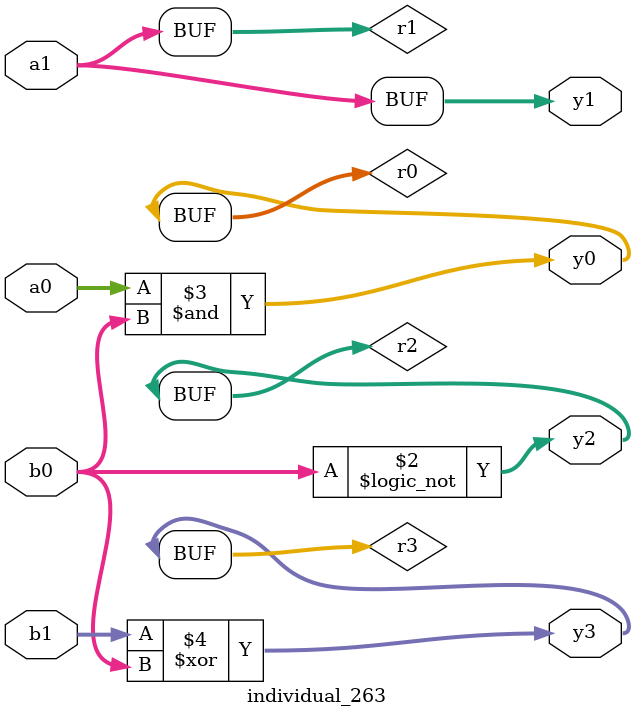
<source format=sv>
module individual_263(input logic [15:0] a1, input logic [15:0] a0, input logic [15:0] b1, input logic [15:0] b0, output logic [15:0] y3, output logic [15:0] y2, output logic [15:0] y1, output logic [15:0] y0);
logic [15:0] r0, r1, r2, r3; 
 always@(*) begin 
	 r0 = a0; r1 = a1; r2 = b0; r3 = b1; 
 	 r2 = ! b0 ;
 	 r0  &=  b0 ;
 	 r3  ^=  b0 ;
 	 y3 = r3; y2 = r2; y1 = r1; y0 = r0; 
end
endmodule
</source>
